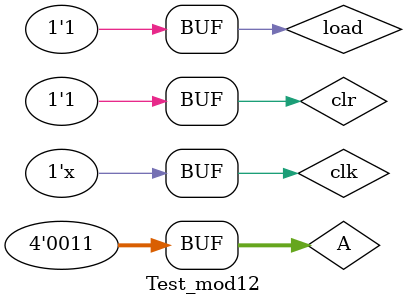
<source format=v>
module Test_mod12();
reg [3:0] A;
reg clk,clr,load;
wire [3:0] Q;

mod12 m2(A,clk,clr,load,Q);

initial begin
clk=0;    A=4'b0000;   clr=1;    load=1;
#2 load=0;
#2 load=1; 
#101 clr=0; load=0;
#6 load=1; A=4'b0011;
#9 clr=1; load=0;
#3 load=1;

end

always #2 clk=~clk;

endmodule


</source>
